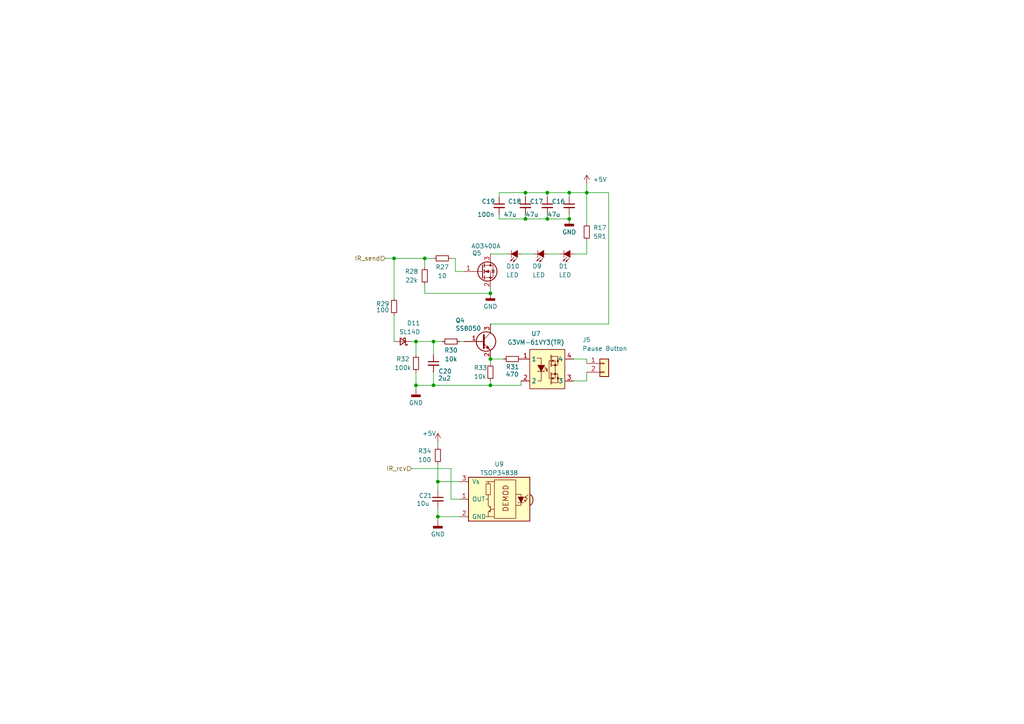
<source format=kicad_sch>
(kicad_sch (version 20231120) (generator "eeschema") (generator_version "8.0")
  (paper "A4")
  (lib_symbols
    (symbol "Connector_Generic:Conn_01x02" (pin_names (offset 1.016) hide)
      (property "Reference" "J" (at 0 2.54 0))
      (property "Value" "Conn_01x02" (at 0 -5.08 0))
      (symbol "Conn_01x02_1_1"
        (rectangle (start -1.27 -2.413) (end 0 -2.667) (stroke (width 0.1524)))
        (rectangle (start -1.27 0.127) (end 0 -0.127) (stroke (width 0.1524)))
        (rectangle (start -1.27 1.27) (end 1.27 -3.81) (stroke (width 0.254)) (fill (type background)))
        (pin passive line (at -5.08 0 0) (length 3.81) (name "Pin_1") (number "1"))
        (pin passive line (at -5.08 -2.54 0) (length 3.81) (name "Pin_2") (number "2"))
      )
    )
    (symbol "Device:C_Small" (pin_numbers hide) (pin_names (offset 0.254) hide)
      (property "Reference" "C" (at 0.254 1.778 0))
      (property "Value" "C_Small" (at 0.254 -2.032 0))
      (symbol "C_Small_0_1"
        (polyline (pts (xy -1.524 -0.508) (xy 1.524 -0.508)) (stroke (width 0.3302)))
        (polyline (pts (xy -1.524 0.508) (xy 1.524 0.508)) (stroke (width 0.3048)))
      )
      (symbol "C_Small_1_1"
        (pin passive line (at 0 2.54 270) (length 2.032) (name "~") (number "1"))
        (pin passive line (at 0 -2.54 90) (length 2.032) (name "~") (number "2"))
      )
    )
    (symbol "Device:D_Schottky_Small" (pin_numbers hide) (pin_names (offset 0.254) hide)
      (property "Reference" "D" (at -1.27 2.032 0))
      (property "Value" "D_Schottky_Small" (at -7.112 -2.032 0))
      (symbol "D_Schottky_Small_0_1"
        (polyline (pts (xy -0.762 0) (xy 0.762 0)))
        (polyline (pts (xy 0.762 -1.016) (xy -0.762 0) (xy 0.762 1.016) (xy 0.762 -1.016)) (stroke (width 0.254)))
        (polyline (pts (xy -1.27 0.762) (xy -1.27 1.016) (xy -0.762 1.016) (xy -0.762 -1.016) (xy -0.254 -1.016) (xy -0.254 -0.762)) (stroke (width 0.254)))
      )
      (symbol "D_Schottky_Small_1_1"
        (pin passive line (at -2.54 0 0) (length 1.778) (name "K") (number "1"))
        (pin passive line (at 2.54 0 180) (length 1.778) (name "A") (number "2"))
      )
    )
    (symbol "Device:R_Small" (pin_numbers hide) (pin_names (offset 0.254) hide)
      (property "Reference" "R" (at 0.762 0.508 0))
      (property "Value" "R_Small" (at 0.762 -1.016 0))
      (symbol "R_Small_0_1"
        (rectangle (start -0.762 1.778) (end 0.762 -1.778) (stroke (width 0.2032)))
      )
      (symbol "R_Small_1_1"
        (pin passive line (at 0 2.54 270) (length 0.762) (name "~") (number "1"))
        (pin passive line (at 0 -2.54 90) (length 0.762) (name "~") (number "2"))
      )
    )
    (symbol "Interface_Optical:TSOP348xx" (pin_names (offset 1.016))
      (property "Reference" "U" (at -10.16 7.62 0))
      (property "Value" "TSOP348xx" (at -10.16 -7.62 0))
      (symbol "TSOP348xx_0_0"
        (arc (start -10.287 1.397) (mid -11.0899 -0.1852) (end -10.287 -1.778) (stroke (width 0.254)) (fill (type background)))
        (polyline (pts (xy 1.905 -5.08) (xy 0.127 -5.08)))
        (polyline (pts (xy 1.905 5.08) (xy 0.127 5.08)))
        (text "DEMOD" (at -3.175 0.254 900) (effects (font (size 1.524 1.524))))
      )
      (symbol "TSOP348xx_0_1"
        (rectangle (start -6.096 5.588) (end 0.127 -5.588))
        (polyline (pts (xy -8.763 0.381) (xy -9.652 1.27)))
        (polyline (pts (xy -8.763 0.381) (xy -9.271 0.381)))
        (polyline (pts (xy -8.763 0.381) (xy -8.763 0.889)))
        (polyline (pts (xy -8.636 -0.635) (xy -9.525 0.254)))
        (polyline (pts (xy -8.636 -0.635) (xy -9.144 -0.635)))
        (polyline (pts (xy -8.636 -0.635) (xy -8.636 -0.127)))
        (polyline (pts (xy -8.382 -1.016) (xy -6.731 -1.016)))
        (polyline (pts (xy 1.27 -2.921) (xy 0.127 -2.921)))
        (polyline (pts (xy 1.27 -1.905) (xy 1.27 -3.81)))
        (polyline (pts (xy 1.397 -3.556) (xy 1.524 -3.556)))
        (polyline (pts (xy 1.651 -3.556) (xy 1.524 -3.556)))
        (polyline (pts (xy 1.651 -3.556) (xy 1.651 -3.302)))
        (polyline (pts (xy 1.905 0) (xy 1.905 1.27)))
        (polyline (pts (xy 1.905 4.445) (xy 1.905 5.08) (xy 2.54 5.08)))
        (polyline (pts (xy -8.382 0.635) (xy -6.731 0.635) (xy -7.62 -1.016) (xy -8.382 0.635)) (fill (type outline)))
        (polyline (pts (xy -6.096 1.397) (xy -7.62 1.397) (xy -7.62 -1.778) (xy -6.096 -1.778)))
        (polyline (pts (xy 1.27 -3.175) (xy 1.905 -3.81) (xy 1.905 -5.08) (xy 2.54 -5.08)))
        (polyline (pts (xy 1.27 -2.54) (xy 1.905 -1.905) (xy 1.905 0) (xy 2.54 0)))
        (rectangle (start 2.54 1.27) (end 1.27 4.445))
        (rectangle (start 7.62 6.35) (end -10.16 -6.35) (stroke (width 0.254)) (fill (type background)))
      )
      (symbol "TSOP348xx_1_1"
        (pin output line (at 10.16 0 180) (length 2.54) (name "OUT") (number "1"))
        (pin power_in line (at 10.16 -5.08 180) (length 2.54) (name "GND") (number "2"))
        (pin power_in line (at 10.16 5.08 180) (length 2.54) (name "Vs") (number "3"))
      )
    )
    (symbol "Transistor_BJT:BC847" (pin_names (offset 0) hide)
      (property "Reference" "Q" (at 5.08 1.905 0))
      (property "Value" "BC847" (at 5.08 0 0))
      (symbol "BC847_0_1"
        (polyline (pts (xy 0.635 0.635) (xy 2.54 2.54)))
        (polyline (pts (xy 0.635 -0.635) (xy 2.54 -2.54) (xy 2.54 -2.54)))
        (polyline (pts (xy 0.635 1.905) (xy 0.635 -1.905) (xy 0.635 -1.905)) (stroke (width 0.508)))
        (polyline (pts (xy 1.27 -1.778) (xy 1.778 -1.27) (xy 2.286 -2.286) (xy 1.27 -1.778) (xy 1.27 -1.778)) (fill (type outline)))
        (circle (center 1.27 0) (radius 2.8194) (stroke (width 0.254)))
      )
      (symbol "BC847_1_1"
        (pin input line (at -5.08 0 0) (length 5.715) (name "B") (number "1"))
        (pin passive line (at 2.54 -5.08 90) (length 2.54) (name "E") (number "2"))
        (pin passive line (at 2.54 5.08 270) (length 2.54) (name "C") (number "3"))
      )
    )
    (symbol "Transistor_FET:AO3400A" (pin_names hide)
      (property "Reference" "Q" (at 5.08 1.905 0))
      (property "Value" "AO3400A" (at 5.08 0 0))
      (symbol "AO3400A_0_1"
        (polyline (pts (xy 0.254 0) (xy -2.54 0)))
        (polyline (pts (xy 0.254 1.905) (xy 0.254 -1.905)) (stroke (width 0.254)))
        (polyline (pts (xy 0.762 -1.27) (xy 0.762 -2.286)) (stroke (width 0.254)))
        (polyline (pts (xy 0.762 0.508) (xy 0.762 -0.508)) (stroke (width 0.254)))
        (polyline (pts (xy 0.762 2.286) (xy 0.762 1.27)) (stroke (width 0.254)))
        (polyline (pts (xy 2.54 2.54) (xy 2.54 1.778)))
        (polyline (pts (xy 2.54 -2.54) (xy 2.54 0) (xy 0.762 0)))
        (polyline (pts (xy 0.762 -1.778) (xy 3.302 -1.778) (xy 3.302 1.778) (xy 0.762 1.778)))
        (polyline (pts (xy 1.016 0) (xy 2.032 0.381) (xy 2.032 -0.381) (xy 1.016 0)) (fill (type outline)))
        (polyline (pts (xy 2.794 0.508) (xy 2.921 0.381) (xy 3.683 0.381) (xy 3.81 0.254)))
        (polyline (pts (xy 3.302 0.381) (xy 2.921 -0.254) (xy 3.683 -0.254) (xy 3.302 0.381)))
        (circle (center 1.651 0) (radius 2.794) (stroke (width 0.254)))
        (circle (center 2.54 -1.778) (radius 0.254) (fill (type outline)))
        (circle (center 2.54 1.778) (radius 0.254) (fill (type outline)))
      )
      (symbol "AO3400A_1_1"
        (pin input line (at -5.08 0 0) (length 2.54) (name "G") (number "1"))
        (pin passive line (at 2.54 -5.08 90) (length 2.54) (name "S") (number "2"))
        (pin passive line (at 2.54 5.08 270) (length 2.54) (name "D") (number "3"))
      )
    )
    (symbol "easyEDA:G3VM-61VY3(TR)_smaller"
      (property "Reference" "U" (at 2.54 7.874 0))
      (property "Value" "G3VM-61VY3(TR)" (at 0 -7.62 0))
      (symbol "G3VM-61VY3(TR)_smaller_0_1"
        (polyline (pts (xy -0.762 -0.254) (xy 0 -1.016)))
        (polyline (pts (xy -0.762 0.254) (xy 0 -0.508)))
        (polyline (pts (xy 0.508 -3.048) (xy 0.508 2.032)))
        (polyline (pts (xy 0.508 -3.048) (xy 1.014 -3.048)))
        (polyline (pts (xy 0.508 2.032) (xy 1.014 2.032)))
        (polyline (pts (xy 1.016 -1.27) (xy 1.016 -4.826)))
        (polyline (pts (xy 1.016 3.81) (xy 1.016 0.254)))
        (polyline (pts (xy 1.27 -4.572) (xy 1.27 -3.81)))
        (polyline (pts (xy 1.27 -3.556) (xy 1.27 -2.54)))
        (polyline (pts (xy 1.27 -1.524) (xy 1.27 -2.286)))
        (polyline (pts (xy 1.27 0.508) (xy 1.27 1.27)))
        (polyline (pts (xy 1.27 1.524) (xy 1.27 2.54)))
        (polyline (pts (xy 1.27 3.556) (xy 1.27 2.79)))
        (polyline (pts (xy -3.048 2.794) (xy -1.78 2.794) (xy -1.778 -3.81) (xy -2.794 -3.81)))
        (pin unspecified line (at -7.62 2.54 0) (length 2.54) (name "1") (number "1"))
        (pin unspecified line (at -7.62 -3.81 0) (length 2.54) (name "2") (number "2"))
        (pin unspecified line (at 7.62 -3.81 180) (length 2.54) (name "3") (number "3"))
        (pin unspecified line (at 7.62 2.54 180) (length 2.54) (name "4") (number "4"))
      )
      (symbol "G3VM-61VY3(TR)_smaller_1_1"
        (rectangle (start -5.08 5.334) (end 5.08 -6.096) (stroke (width 0.2)) (fill (type background)))
        (polyline (pts (xy -2.794 -1.016) (xy -0.764 -1.016)) (stroke (width 0.2)))
        (polyline (pts (xy 1.27 -4.318) (xy 3.048 -4.318)))
        (polyline (pts (xy 1.27 3.302) (xy 3.048 3.302)))
        (polyline (pts (xy 1.778 2.032) (xy 1.778 2.032)))
        (polyline (pts (xy 2.286 -3.048) (xy 1.778 -3.048)))
        (polyline (pts (xy 2.286 0.762) (xy 2.286 -1.778)))
        (polyline (pts (xy 2.286 2.032) (xy 1.778 2.032)))
        (polyline (pts (xy 2.794 -3.302) (xy 3.302 -3.302)))
        (polyline (pts (xy 2.794 2.286) (xy 3.302 2.286)))
        (polyline (pts (xy 3.048 -3.81) (xy 3.302 -3.81)))
        (polyline (pts (xy 3.048 2.794) (xy 3.302 2.794)))
        (polyline (pts (xy 1.27 -1.778) (xy 2.286 -1.778) (xy 2.286 -3.048)))
        (polyline (pts (xy 1.27 0.762) (xy 2.286 0.762) (xy 2.286 2.032)))
        (polyline (pts (xy 3.048 -4.318) (xy 3.048 -1.778) (xy 2.286 -1.778)))
        (polyline (pts (xy 3.048 3.302) (xy 3.048 0.762) (xy 2.286 0.762)))
        (polyline (pts (xy 0 -1.016) (xy 0 -0.762) (xy -0.258 -1.014) (xy 0 -1.016)))
        (polyline (pts (xy 0 -0.508) (xy 0 -0.254) (xy -0.258 -0.506) (xy 0 -0.508)))
        (polyline (pts (xy 1.27 -3.044) (xy 1.778 -3.302) (xy 1.778 -2.794) (xy 1.27 -3.044)) (fill (type outline)))
        (polyline (pts (xy 1.27 2.036) (xy 1.778 1.778) (xy 1.778 2.286) (xy 1.27 2.036)) (fill (type outline)))
        (polyline (pts (xy 3.048 -3.302) (xy 3.306 -2.794) (xy 2.798 -2.794) (xy 3.048 -3.302)) (fill (type outline)))
        (polyline (pts (xy 3.048 2.286) (xy 2.79 1.778) (xy 3.298 1.778) (xy 3.048 2.286)) (fill (type outline)))
        (polyline (pts (xy -2.794 0.762) (xy -0.762 0.762) (xy -1.778 -1.016) (xy -2.794 0.762) (xy -2.794 0.762)) (fill (type outline)))
        (circle (center 2.286 -1.778) (radius 0.254) (fill (type outline)))
        (circle (center 2.286 0.762) (radius 0.254) (fill (type outline)))
      )
    )
    (symbol "easyEDA:XYC-IRA3212A25-X4_smaller"
      (property "Reference" "D" (at -1.27 -2.286 0))
      (property "Value" "XYC-IRA3212A25-X4" (at 0 -5.08 0))
      (symbol "XYC-IRA3212A25-X4_smaller_0_1"
        (polyline (pts (xy -1.27 1.27) (xy -0.26 2.29) (xy -1.27 1.27)) (fill (type background)))
        (polyline (pts (xy -0.508 1.016) (xy 0.502 2.036) (xy -0.508 1.016)) (fill (type background)))
        (polyline (pts (xy 0.254 0) (xy 0.254 -1.016) (xy 0.254 1.016)) (fill (type background)))
      )
      (symbol "XYC-IRA3212A25-X4_smaller_1_1"
        (polyline (pts (xy -1.524 -1.016) (xy 0.254 0) (xy -1.524 1.016) (xy -1.524 -1.016)) (fill (type outline)))
        (polyline (pts (xy -0.254 2.286) (xy -0.508 1.778) (xy -0.762 2.032) (xy -0.254 2.286)))
        (polyline (pts (xy 0.508 2.032) (xy 0.254 1.524) (xy 0 1.778) (xy 0.508 2.032)))
        (pin passive line (at -2.54 0 0) (length 1.27) (name "A") (number "1"))
        (pin passive line (at 1.27 0 180) (length 1.2) (name "K") (number "2"))
      )
    )
    (symbol "power:+5V" (power) (pin_numbers hide) (pin_names (offset 0) hide)
      (property "Value" "+5V" (at 0 3.556 0))
      (symbol "+5V_0_1"
        (polyline (pts (xy -0.762 1.27) (xy 0 2.54)))
        (polyline (pts (xy 0 0) (xy 0 2.54)))
        (polyline (pts (xy 0 2.54) (xy 0.762 1.27)))
      )
      (symbol "+5V_1_1"
        (pin power_in line (at 0 0 90) (length 0) (name "~") (number "1"))
      )
    )
    (symbol "power:GNDD" (power) (pin_numbers hide) (pin_names (offset 0) hide)
      (property "Value" "GNDD" (at 0 -3.175 0))
      (symbol "GNDD_0_1"
        (rectangle (start -1.27 -1.524) (end 1.27 -2.032) (stroke (width 0.254)) (fill (type outline)))
        (polyline (pts (xy 0 0) (xy 0 -1.524)))
      )
      (symbol "GNDD_1_1"
        (pin power_in line (at 0 0 270) (length 0) (name "~") (number "1"))
      )
    )
  )
  (junction (at 152.4 55.88))
  (junction (at 142.24 104.14))
  (junction (at 127 149.86))
  (junction (at 125.73 99.06))
  (junction (at 127 139.7))
  (junction (at 170.18 55.88))
  (junction (at 123.19 74.93))
  (junction (at 152.4 63.5))
  (junction (at 158.75 63.5))
  (junction (at 142.24 111.76))
  (junction (at 158.75 55.88))
  (junction (at 125.73 111.76))
  (junction (at 142.24 85.09))
  (junction (at 114.3 74.93))
  (junction (at 120.65 99.06))
  (junction (at 120.65 111.76))
  (junction (at 165.1 55.88))
  (junction (at 165.1 63.5))
  (wire (pts (xy 123.19 85.09) (xy 142.24 85.09)))
  (wire (pts (xy 144.78 63.5) (xy 152.4 63.5)))
  (wire (pts (xy 142.24 73.66) (xy 147.32 73.66)))
  (wire (pts (xy 120.65 111.76) (xy 120.65 113.03)))
  (wire (pts (xy 133.35 149.86) (xy 127 149.86)))
  (wire (pts (xy 119.38 99.06) (xy 120.65 99.06)))
  (wire (pts (xy 152.4 55.88) (xy 152.4 57.15)))
  (wire (pts (xy 133.35 144.78) (xy 130.81 144.78)))
  (wire (pts (xy 120.65 107.95) (xy 120.65 111.76)))
  (wire (pts (xy 170.18 107.95) (xy 170.18 110.49)))
  (wire (pts (xy 127 142.24) (xy 127 139.7)))
  (wire (pts (xy 170.18 69.85) (xy 170.18 73.66)))
  (wire (pts (xy 127 149.86) (xy 127 151.13)))
  (wire (pts (xy 133.35 139.7) (xy 127 139.7)))
  (wire (pts (xy 123.19 74.93) (xy 123.19 77.47)))
  (wire (pts (xy 120.65 99.06) (xy 120.65 102.87)))
  (wire (pts (xy 170.18 110.49) (xy 166.37 110.49)))
  (wire (pts (xy 125.73 99.06) (xy 125.73 102.87)))
  (wire (pts (xy 127 139.7) (xy 127 134.62)))
  (wire (pts (xy 125.73 107.95) (xy 125.73 111.76)))
  (wire (pts (xy 152.4 63.5) (xy 158.75 63.5)))
  (wire (pts (xy 166.37 73.66) (xy 170.18 73.66)))
  (wire (pts (xy 123.19 82.55) (xy 123.19 85.09)))
  (wire (pts (xy 130.81 135.89) (xy 130.81 144.78)))
  (wire (pts (xy 152.4 55.88) (xy 144.78 55.88)))
  (wire (pts (xy 125.73 111.76) (xy 142.24 111.76)))
  (wire (pts (xy 125.73 99.06) (xy 128.27 99.06)))
  (wire (pts (xy 158.75 62.23) (xy 158.75 63.5)))
  (wire (pts (xy 130.81 135.89) (xy 119.38 135.89)))
  (wire (pts (xy 142.24 104.14) (xy 146.05 104.14)))
  (wire (pts (xy 151.13 111.76) (xy 142.24 111.76)))
  (wire (pts (xy 114.3 74.93) (xy 123.19 74.93)))
  (wire (pts (xy 123.19 74.93) (xy 125.73 74.93)))
  (wire (pts (xy 170.18 55.88) (xy 170.18 53.34)))
  (wire (pts (xy 144.78 55.88) (xy 144.78 57.15)))
  (wire (pts (xy 142.24 104.14) (xy 142.24 105.41)))
  (wire (pts (xy 165.1 62.23) (xy 165.1 63.5)))
  (wire (pts (xy 158.75 73.66) (xy 162.56 73.66)))
  (wire (pts (xy 132.08 78.74) (xy 132.08 74.93)))
  (wire (pts (xy 127 147.32) (xy 127 149.86)))
  (wire (pts (xy 152.4 62.23) (xy 152.4 63.5)))
  (wire (pts (xy 151.13 73.66) (xy 154.94 73.66)))
  (wire (pts (xy 170.18 55.88) (xy 165.1 55.88)))
  (wire (pts (xy 114.3 91.44) (xy 114.3 99.06)))
  (wire (pts (xy 132.08 78.74) (xy 134.62 78.74)))
  (wire (pts (xy 144.78 62.23) (xy 144.78 63.5)))
  (wire (pts (xy 132.08 74.93) (xy 130.81 74.93)))
  (wire (pts (xy 170.18 104.14) (xy 166.37 104.14)))
  (wire (pts (xy 165.1 55.88) (xy 158.75 55.88)))
  (wire (pts (xy 142.24 83.82) (xy 142.24 85.09)))
  (wire (pts (xy 176.53 55.88) (xy 170.18 55.88)))
  (wire (pts (xy 158.75 55.88) (xy 152.4 55.88)))
  (wire (pts (xy 111.76 74.93) (xy 114.3 74.93)))
  (wire (pts (xy 133.35 99.06) (xy 134.62 99.06)))
  (wire (pts (xy 165.1 57.15) (xy 165.1 55.88)))
  (wire (pts (xy 176.53 93.98) (xy 176.53 55.88)))
  (wire (pts (xy 158.75 63.5) (xy 165.1 63.5)))
  (wire (pts (xy 120.65 111.76) (xy 125.73 111.76)))
  (wire (pts (xy 170.18 104.14) (xy 170.18 105.41)))
  (wire (pts (xy 114.3 74.93) (xy 114.3 86.36)))
  (wire (pts (xy 142.24 93.98) (xy 176.53 93.98)))
  (wire (pts (xy 158.75 55.88) (xy 158.75 57.15)))
  (wire (pts (xy 170.18 55.88) (xy 170.18 64.77)))
  (wire (pts (xy 120.65 99.06) (xy 125.73 99.06)))
  (wire (pts (xy 127 128.27) (xy 127 129.54)))
  (wire (pts (xy 142.24 110.49) (xy 142.24 111.76)))
  (wire (pts (xy 151.13 110.49) (xy 151.13 111.76)))
  (hierarchical_label "IR_send" (shape input) (at 111.76 74.93 180))
  (hierarchical_label "IR_rcv" (shape input) (at 119.38 135.89 180))
  (symbol (lib_id "Interface_Optical:TSOP348xx") (at 143.51 144.78 0) (mirror y) (unit 1)
    (property "Reference" "U9" (at 144.78 134.62 0))
    (property "Value" "TSOP34838" (at 144.78 137.16 0))
    (property "Footprint" "OptoDevice:Vishay_MOLD-3Pin" (effects (hide yes)))
    (property "Datasheet" "https://datasheet.lcsc.com/lcsc/1810171210_Vishay-Intertech-TSOP34838_C44620.pdf" (effects (hide yes)))
    (property "LCSC" "C44620" (effects (hide yes)))
  )
  (symbol (lib_id "Device:C_Small") (at 125.73 105.41 0) (unit 1)
    (property "Reference" "C20" (at 131.064 107.696 0) (effects (justify right)))
    (property "Value" "2u2" (at 130.81 109.728 0) (effects (justify right)))
    (property "Footprint" "Capacitor_SMD:C_0402_1005Metric" (effects (hide yes)))
    (property "LCSC" "C1525" (effects (hide yes)))
  )
  (symbol (lib_id "Device:R_Small") (at 120.65 105.41 0) (unit 1)
    (property "Reference" "R32" (at 116.84 104.14 0))
    (property "Value" "100k" (at 116.84 106.68 0))
    (property "Footprint" "Resistor_SMD:R_0402_1005Metric" (effects (hide yes)))
    (property "Description" "Resistor, small symbol" (effects (hide yes)))
  )
  (symbol (lib_id "Device:R_Small") (at 142.24 107.95 0) (unit 1)
    (property "Reference" "R33" (at 137.414 106.68 0) (effects (justify left)))
    (property "Value" "10k" (at 137.414 109.22 0) (effects (justify left)))
    (property "Description" "Resistor, small symbol" (effects (hide yes)))
  )
  (symbol (lib_id "easyEDA:XYC-IRA3212A25-X4_smaller") (at 156.21 73.66 180) (unit 1)
    (property "Reference" "D9" (at 154.432 77.216 0) (effects (justify right)))
    (property "Value" "LED" (at 154.432 79.756 0) (effects (justify right)))
    (property "Footprint" "easyeda2kicad:LED-SMD_L3.2-W2.5_XYC-IRA3212A25-X4" (effects (hide yes)))
    (property "Datasheet" "https://www.lcsc.com/datasheet/lcsc_datasheet_2410121441_NEWOPTO-XYC-IRA3212A25-X4_C6081333.pdf" (effects (hide yes)))
    (property "Description" "Light emitting diode, small symbol" (effects (hide yes)))
    (property "LCSC" "C6081333" (effects (hide yes)))
    (property "LCSC Part" "C6081333" (effects (hide yes)))
  )
  (symbol (lib_id "power:GNDD") (at 165.1 63.5 0) (unit 1)
    (property "Reference" "#PWR051" (effects (hide yes)))
    (property "Value" "GND" (at 165.1 67.31 0))
    (property "Description" "Power symbol creates a global label with name \"GNDD\" , digital ground" (effects (hide yes)))
  )
  (symbol (lib_id "easyEDA:G3VM-61VY3(TR)_smaller") (at 158.75 106.68 0) (unit 1)
    (property "Reference" "U7" (at 155.448 96.774 0))
    (property "Value" "G3VM-61VY3(TR)" (at 155.448 99.314 0))
    (property "Footprint" "easyeda2kicad:SOP-4_L3.9-W4.4-P2.54-LS7.0-BR" (effects (hide yes)))
    (property "LCSC Part" "C2152318" (effects (hide yes)))
  )
  (symbol (lib_id "Connector_Generic:Conn_01x02") (at 175.26 105.41 0) (unit 1)
    (property "Reference" "J5" (at 168.91 98.552 0) (effects (justify left)))
    (property "Value" "Pause Button" (at 168.91 101.092 0) (effects (justify left)))
    (property "Description" "Generic connector, single row, 01x02, script generated (kicad-library-utils/schlib/autogen/connector/)" (effects (hide yes)))
  )
  (symbol (lib_id "Device:R_Small") (at 128.27 74.93 90) (unit 1)
    (property "Reference" "R27" (at 128.27 77.47 90))
    (property "Value" "10" (at 128.27 80.01 90))
    (property "Footprint" "Resistor_SMD:R_0402_1005Metric" (effects (hide yes)))
    (property "Description" "Resistor, small symbol" (effects (hide yes)))
  )
  (symbol (lib_id "power:+5V") (at 170.18 53.34 0) (mirror y) (unit 1)
    (property "Reference" "#PWR022" (effects (hide yes)))
    (property "Value" "+5V" (at 173.99 52.07 0))
  )
  (symbol (lib_id "Device:R_Small") (at 114.3 88.9 180) (unit 1)
    (property "Reference" "R29" (at 110.998 88.138 0))
    (property "Value" "100" (at 110.998 89.916 0))
    (property "Footprint" "Resistor_SMD:R_0402_1005Metric" (effects (hide yes)))
    (property "Description" "Resistor, small symbol" (effects (hide yes)))
  )
  (symbol (lib_id "Transistor_BJT:BC847") (at 139.7 99.06 0) (unit 1)
    (property "Reference" "Q4" (at 132.08 92.9386 0) (effects (justify left)))
    (property "Value" "SS8050" (at 132.08 95.25 0) (effects (justify left)))
    (property "Footprint" "Package_TO_SOT_SMD:SOT-23" (effects (hide yes)))
    (property "Datasheet" "https://www.mouser.de/datasheet/2/308/BC846ALT1-D-1293035.pdf" (effects (hide yes)))
  )
  (symbol (lib_id "Device:D_Schottky_Small") (at 116.84 99.06 180) (unit 1)
    (property "Reference" "D11" (at 121.92 93.726 0) (effects (justify left)))
    (property "Value" "SL14D" (at 121.92 96.266 0) (effects (justify left)))
    (property "Footprint" "easyEDA:LED-SMD_MHS153IRCT" (effects (hide yes)))
    (property "Description" "Schottky diode, small symbol" (effects (hide yes)))
  )
  (symbol (lib_id "Device:R_Small") (at 130.81 99.06 90) (unit 1)
    (property "Reference" "R30" (at 130.81 101.6 90))
    (property "Value" "10k" (at 130.81 104.14 90))
    (property "Footprint" "Resistor_SMD:R_0402_1005Metric" (effects (hide yes)))
    (property "Description" "Resistor, small symbol" (effects (hide yes)))
  )
  (symbol (lib_id "Device:C_Small") (at 127 144.78 0) (mirror y) (unit 1)
    (property "Reference" "C21" (at 123.444 143.764 0))
    (property "Value" "10u" (at 122.682 146.05 0))
    (property "Footprint" "Capacitor_SMD:C_0603_1608Metric" (effects (hide yes)))
  )
  (symbol (lib_id "easyEDA:XYC-IRA3212A25-X4_smaller") (at 148.59 73.66 180) (unit 1)
    (property "Reference" "D10" (at 146.812 77.216 0) (effects (justify right)))
    (property "Value" "LED" (at 146.812 79.756 0) (effects (justify right)))
    (property "Footprint" "easyeda2kicad:LED-SMD_L3.2-W2.5_XYC-IRA3212A25-X4" (effects (hide yes)))
    (property "Datasheet" "https://www.lcsc.com/datasheet/lcsc_datasheet_2410121441_NEWOPTO-XYC-IRA3212A25-X4_C6081333.pdf" (effects (hide yes)))
    (property "Description" "Light emitting diode, small symbol" (effects (hide yes)))
    (property "LCSC" "C6081333" (effects (hide yes)))
    (property "LCSC Part" "C6081333" (effects (hide yes)))
  )
  (symbol (lib_id "power:GNDD") (at 120.65 113.03 0) (unit 1)
    (property "Reference" "#PWR045" (effects (hide yes)))
    (property "Value" "GND" (at 120.65 116.84 0))
    (property "Description" "Power symbol creates a global label with name \"GNDD\" , digital ground" (effects (hide yes)))
  )
  (symbol (lib_id "Transistor_FET:AO3400A") (at 139.7 78.74 0) (unit 1)
    (property "Reference" "Q5" (at 136.906 73.406 0) (effects (justify left)))
    (property "Value" "AO3400A" (at 136.652 71.374 0) (effects (justify left)))
    (property "Footprint" "Package_TO_SOT_SMD:SOT-23" (effects (hide yes)))
    (property "Datasheet" "http://www.aosmd.com/pdfs/datasheet/AO3400A.pdf" (effects (hide yes)))
    (property "Description" "30V Vds, 5.7A Id, N-Channel MOSFET, SOT-23" (effects (hide yes)))
    (property "LCSC" "C20917" (effects (hide yes)))
  )
  (symbol (lib_id "Device:C_Small") (at 144.78 59.69 0) (mirror y) (unit 1)
    (property "Reference" "C19" (at 139.7 58.42 0) (effects (justify right)))
    (property "Value" "100n" (at 138.43 62.23 0) (effects (justify right)))
    (property "Footprint" "Capacitor_SMD:C_0402_1005Metric" (effects (hide yes)))
    (property "LCSC" "C1525" (effects (hide yes)))
  )
  (symbol (lib_id "power:GNDD") (at 142.24 85.09 0) (unit 1)
    (property "Reference" "#PWR044" (effects (hide yes)))
    (property "Value" "GND" (at 142.24 88.9 0))
    (property "Description" "Power symbol creates a global label with name \"GNDD\" , digital ground" (effects (hide yes)))
  )
  (symbol (lib_id "Device:R_Small") (at 127 132.08 0) (mirror y) (unit 1)
    (property "Reference" "R34" (at 123.19 130.81 0))
    (property "Value" "100" (at 123.19 133.35 0))
    (property "Footprint" "Resistor_SMD:R_0402_1005Metric" (effects (hide yes)))
    (property "Description" "Resistor, small symbol" (effects (hide yes)))
    (property "LCSC" "C25076" (effects (hide yes)))
  )
  (symbol (lib_id "Device:R_Small") (at 148.59 104.14 90) (unit 1)
    (property "Reference" "R31" (at 150.622 106.426 90) (effects (justify left)))
    (property "Value" "470" (at 150.495 108.585 90) (effects (justify left)))
    (property "Description" "Resistor, small symbol" (effects (hide yes)))
  )
  (symbol (lib_id "Device:C_Small") (at 158.75 59.69 0) (mirror y) (unit 1)
    (property "Reference" "C17" (at 153.67 58.42 0) (effects (justify right)))
    (property "Value" "47u" (at 152.4 62.23 0) (effects (justify right)))
    (property "Footprint" "Capacitor_SMD:C_1206_3216Metric" (effects (hide yes)))
    (property "Datasheet" "https://datasheet.lcsc.com/lcsc/1810301816_Samsung-Electro-Mechanics-CL31A107MQHNNNE_C15008.pdf" (effects (hide yes)))
    (property "LCSC" "C15008" (effects (hide yes)))
  )
  (symbol (lib_id "Device:R_Small") (at 123.19 80.01 0) (unit 1)
    (property "Reference" "R28" (at 119.38 78.74 0))
    (property "Value" "22k" (at 119.38 81.28 0))
    (property "Footprint" "Resistor_SMD:R_0402_1005Metric" (effects (hide yes)))
    (property "Description" "Resistor, small symbol" (effects (hide yes)))
  )
  (symbol (lib_id "easyEDA:XYC-IRA3212A25-X4_smaller") (at 163.83 73.66 180) (unit 1)
    (property "Reference" "D1" (at 162.052 77.216 0) (effects (justify right)))
    (property "Value" "LED" (at 162.052 79.756 0) (effects (justify right)))
    (property "Footprint" "easyeda2kicad:LED-SMD_L3.2-W2.5_XYC-IRA3212A25-X4" (effects (hide yes)))
    (property "Datasheet" "https://www.lcsc.com/datasheet/lcsc_datasheet_2410121441_NEWOPTO-XYC-IRA3212A25-X4_C6081333.pdf" (effects (hide yes)))
    (property "Description" "Light emitting diode, small symbol" (effects (hide yes)))
    (property "LCSC" "C6081333" (effects (hide yes)))
    (property "LCSC Part" "C6081333" (effects (hide yes)))
  )
  (symbol (lib_id "Device:C_Small") (at 152.4 59.69 0) (mirror y) (unit 1)
    (property "Reference" "C18" (at 147.32 58.42 0) (effects (justify right)))
    (property "Value" "47u" (at 146.05 62.23 0) (effects (justify right)))
    (property "Footprint" "Capacitor_SMD:C_1206_3216Metric" (effects (hide yes)))
    (property "Datasheet" "https://datasheet.lcsc.com/lcsc/1810301816_Samsung-Electro-Mechanics-CL31A107MQHNNNE_C15008.pdf" (effects (hide yes)))
    (property "LCSC" "C15008" (effects (hide yes)))
  )
  (symbol (lib_id "Device:C_Small") (at 165.1 59.69 0) (mirror y) (unit 1)
    (property "Reference" "C16" (at 160.02 58.42 0) (effects (justify right)))
    (property "Value" "47u" (at 158.75 62.23 0) (effects (justify right)))
    (property "Footprint" "Capacitor_SMD:C_1206_3216Metric" (effects (hide yes)))
    (property "Datasheet" "https://datasheet.lcsc.com/lcsc/1810301816_Samsung-Electro-Mechanics-CL31A107MQHNNNE_C15008.pdf" (effects (hide yes)))
    (property "LCSC" "C15008" (effects (hide yes)))
  )
  (symbol (lib_id "power:GNDD") (at 127 151.13 0) (unit 1)
    (property "Reference" "#PWR046" (effects (hide yes)))
    (property "Value" "GND" (at 127 154.94 0))
    (property "Description" "Power symbol creates a global label with name \"GNDD\" , digital ground" (effects (hide yes)))
  )
  (symbol (lib_id "Device:R_Small") (at 170.18 67.31 0) (mirror y) (unit 1)
    (property "Reference" "R17" (at 173.99 66.04 0))
    (property "Value" "5R1" (at 173.99 68.58 0))
    (property "Footprint" "Resistor_SMD:R_0805_2012Metric" (effects (hide yes)))
    (property "Description" "Resistor, small symbol" (effects (hide yes)))
    (property "LCSC" "C17724" (effects (hide yes)))
  )
  (symbol (lib_id "power:+5V") (at 127 128.27 0) (mirror y) (unit 1)
    (property "Reference" "#PWR049" (effects (hide yes)))
    (property "Value" "+5V" (at 124.46 125.73 0))
  )
)
</source>
